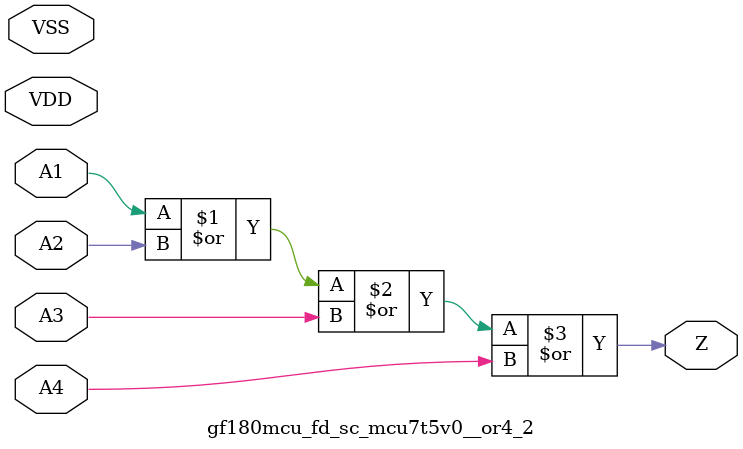
<source format=v>

module gf180mcu_fd_sc_mcu7t5v0__or4_2( A1, A2, A3, A4, Z, VDD, VSS );
input A1, A2, A3, A4;
inout VDD, VSS;
output Z;

	or MGM_BG_0( Z, A1, A2, A3, A4 );

endmodule

</source>
